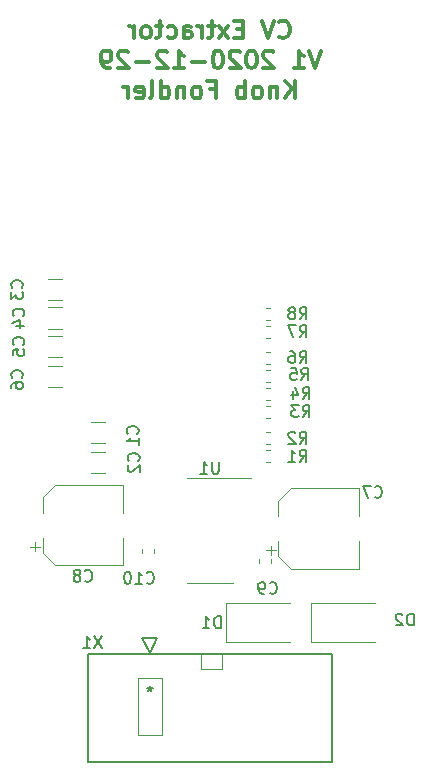
<source format=gbr>
%TF.GenerationSoftware,KiCad,Pcbnew,5.1.6-c6e7f7d~87~ubuntu18.04.1*%
%TF.CreationDate,2020-12-29T19:32:25-08:00*%
%TF.ProjectId,cv-extractor,63762d65-7874-4726-9163-746f722e6b69,rev?*%
%TF.SameCoordinates,Original*%
%TF.FileFunction,Legend,Bot*%
%TF.FilePolarity,Positive*%
%FSLAX46Y46*%
G04 Gerber Fmt 4.6, Leading zero omitted, Abs format (unit mm)*
G04 Created by KiCad (PCBNEW 5.1.6-c6e7f7d~87~ubuntu18.04.1) date 2020-12-29 19:32:25*
%MOMM*%
%LPD*%
G01*
G04 APERTURE LIST*
%ADD10C,0.300000*%
%ADD11C,0.120000*%
%ADD12C,0.152400*%
%ADD13C,0.150000*%
G04 APERTURE END LIST*
D10*
X105851428Y-58165714D02*
X105922857Y-58237142D01*
X106137142Y-58308571D01*
X106280000Y-58308571D01*
X106494285Y-58237142D01*
X106637142Y-58094285D01*
X106708571Y-57951428D01*
X106780000Y-57665714D01*
X106780000Y-57451428D01*
X106708571Y-57165714D01*
X106637142Y-57022857D01*
X106494285Y-56880000D01*
X106280000Y-56808571D01*
X106137142Y-56808571D01*
X105922857Y-56880000D01*
X105851428Y-56951428D01*
X105422857Y-56808571D02*
X104922857Y-58308571D01*
X104422857Y-56808571D01*
X102780000Y-57522857D02*
X102280000Y-57522857D01*
X102065714Y-58308571D02*
X102780000Y-58308571D01*
X102780000Y-56808571D01*
X102065714Y-56808571D01*
X101565714Y-58308571D02*
X100780000Y-57308571D01*
X101565714Y-57308571D02*
X100780000Y-58308571D01*
X100422857Y-57308571D02*
X99851428Y-57308571D01*
X100208571Y-56808571D02*
X100208571Y-58094285D01*
X100137142Y-58237142D01*
X99994285Y-58308571D01*
X99851428Y-58308571D01*
X99351428Y-58308571D02*
X99351428Y-57308571D01*
X99351428Y-57594285D02*
X99280000Y-57451428D01*
X99208571Y-57380000D01*
X99065714Y-57308571D01*
X98922857Y-57308571D01*
X97780000Y-58308571D02*
X97780000Y-57522857D01*
X97851428Y-57380000D01*
X97994285Y-57308571D01*
X98280000Y-57308571D01*
X98422857Y-57380000D01*
X97780000Y-58237142D02*
X97922857Y-58308571D01*
X98280000Y-58308571D01*
X98422857Y-58237142D01*
X98494285Y-58094285D01*
X98494285Y-57951428D01*
X98422857Y-57808571D01*
X98280000Y-57737142D01*
X97922857Y-57737142D01*
X97780000Y-57665714D01*
X96422857Y-58237142D02*
X96565714Y-58308571D01*
X96851428Y-58308571D01*
X96994285Y-58237142D01*
X97065714Y-58165714D01*
X97137142Y-58022857D01*
X97137142Y-57594285D01*
X97065714Y-57451428D01*
X96994285Y-57380000D01*
X96851428Y-57308571D01*
X96565714Y-57308571D01*
X96422857Y-57380000D01*
X95994285Y-57308571D02*
X95422857Y-57308571D01*
X95780000Y-56808571D02*
X95780000Y-58094285D01*
X95708571Y-58237142D01*
X95565714Y-58308571D01*
X95422857Y-58308571D01*
X94708571Y-58308571D02*
X94851428Y-58237142D01*
X94922857Y-58165714D01*
X94994285Y-58022857D01*
X94994285Y-57594285D01*
X94922857Y-57451428D01*
X94851428Y-57380000D01*
X94708571Y-57308571D01*
X94494285Y-57308571D01*
X94351428Y-57380000D01*
X94280000Y-57451428D01*
X94208571Y-57594285D01*
X94208571Y-58022857D01*
X94280000Y-58165714D01*
X94351428Y-58237142D01*
X94494285Y-58308571D01*
X94708571Y-58308571D01*
X93565714Y-58308571D02*
X93565714Y-57308571D01*
X93565714Y-57594285D02*
X93494285Y-57451428D01*
X93422857Y-57380000D01*
X93280000Y-57308571D01*
X93137142Y-57308571D01*
X109387142Y-59358571D02*
X108887142Y-60858571D01*
X108387142Y-59358571D01*
X107101428Y-60858571D02*
X107958571Y-60858571D01*
X107530000Y-60858571D02*
X107530000Y-59358571D01*
X107672857Y-59572857D01*
X107815714Y-59715714D01*
X107958571Y-59787142D01*
X105387142Y-59501428D02*
X105315714Y-59430000D01*
X105172857Y-59358571D01*
X104815714Y-59358571D01*
X104672857Y-59430000D01*
X104601428Y-59501428D01*
X104530000Y-59644285D01*
X104530000Y-59787142D01*
X104601428Y-60001428D01*
X105458571Y-60858571D01*
X104530000Y-60858571D01*
X103601428Y-59358571D02*
X103458571Y-59358571D01*
X103315714Y-59430000D01*
X103244285Y-59501428D01*
X103172857Y-59644285D01*
X103101428Y-59930000D01*
X103101428Y-60287142D01*
X103172857Y-60572857D01*
X103244285Y-60715714D01*
X103315714Y-60787142D01*
X103458571Y-60858571D01*
X103601428Y-60858571D01*
X103744285Y-60787142D01*
X103815714Y-60715714D01*
X103887142Y-60572857D01*
X103958571Y-60287142D01*
X103958571Y-59930000D01*
X103887142Y-59644285D01*
X103815714Y-59501428D01*
X103744285Y-59430000D01*
X103601428Y-59358571D01*
X102530000Y-59501428D02*
X102458571Y-59430000D01*
X102315714Y-59358571D01*
X101958571Y-59358571D01*
X101815714Y-59430000D01*
X101744285Y-59501428D01*
X101672857Y-59644285D01*
X101672857Y-59787142D01*
X101744285Y-60001428D01*
X102601428Y-60858571D01*
X101672857Y-60858571D01*
X100744285Y-59358571D02*
X100601428Y-59358571D01*
X100458571Y-59430000D01*
X100387142Y-59501428D01*
X100315714Y-59644285D01*
X100244285Y-59930000D01*
X100244285Y-60287142D01*
X100315714Y-60572857D01*
X100387142Y-60715714D01*
X100458571Y-60787142D01*
X100601428Y-60858571D01*
X100744285Y-60858571D01*
X100887142Y-60787142D01*
X100958571Y-60715714D01*
X101030000Y-60572857D01*
X101101428Y-60287142D01*
X101101428Y-59930000D01*
X101030000Y-59644285D01*
X100958571Y-59501428D01*
X100887142Y-59430000D01*
X100744285Y-59358571D01*
X99601428Y-60287142D02*
X98458571Y-60287142D01*
X96958571Y-60858571D02*
X97815714Y-60858571D01*
X97387142Y-60858571D02*
X97387142Y-59358571D01*
X97530000Y-59572857D01*
X97672857Y-59715714D01*
X97815714Y-59787142D01*
X96387142Y-59501428D02*
X96315714Y-59430000D01*
X96172857Y-59358571D01*
X95815714Y-59358571D01*
X95672857Y-59430000D01*
X95601428Y-59501428D01*
X95530000Y-59644285D01*
X95530000Y-59787142D01*
X95601428Y-60001428D01*
X96458571Y-60858571D01*
X95530000Y-60858571D01*
X94887142Y-60287142D02*
X93744285Y-60287142D01*
X93101428Y-59501428D02*
X93030000Y-59430000D01*
X92887142Y-59358571D01*
X92530000Y-59358571D01*
X92387142Y-59430000D01*
X92315714Y-59501428D01*
X92244285Y-59644285D01*
X92244285Y-59787142D01*
X92315714Y-60001428D01*
X93172857Y-60858571D01*
X92244285Y-60858571D01*
X91530000Y-60858571D02*
X91244285Y-60858571D01*
X91101428Y-60787142D01*
X91030000Y-60715714D01*
X90887142Y-60501428D01*
X90815714Y-60215714D01*
X90815714Y-59644285D01*
X90887142Y-59501428D01*
X90958571Y-59430000D01*
X91101428Y-59358571D01*
X91387142Y-59358571D01*
X91530000Y-59430000D01*
X91601428Y-59501428D01*
X91672857Y-59644285D01*
X91672857Y-60001428D01*
X91601428Y-60144285D01*
X91530000Y-60215714D01*
X91387142Y-60287142D01*
X91101428Y-60287142D01*
X90958571Y-60215714D01*
X90887142Y-60144285D01*
X90815714Y-60001428D01*
X107208571Y-63408571D02*
X107208571Y-61908571D01*
X106351428Y-63408571D02*
X106994285Y-62551428D01*
X106351428Y-61908571D02*
X107208571Y-62765714D01*
X105708571Y-62408571D02*
X105708571Y-63408571D01*
X105708571Y-62551428D02*
X105637142Y-62480000D01*
X105494285Y-62408571D01*
X105280000Y-62408571D01*
X105137142Y-62480000D01*
X105065714Y-62622857D01*
X105065714Y-63408571D01*
X104137142Y-63408571D02*
X104280000Y-63337142D01*
X104351428Y-63265714D01*
X104422857Y-63122857D01*
X104422857Y-62694285D01*
X104351428Y-62551428D01*
X104280000Y-62480000D01*
X104137142Y-62408571D01*
X103922857Y-62408571D01*
X103780000Y-62480000D01*
X103708571Y-62551428D01*
X103637142Y-62694285D01*
X103637142Y-63122857D01*
X103708571Y-63265714D01*
X103780000Y-63337142D01*
X103922857Y-63408571D01*
X104137142Y-63408571D01*
X102994285Y-63408571D02*
X102994285Y-61908571D01*
X102994285Y-62480000D02*
X102851428Y-62408571D01*
X102565714Y-62408571D01*
X102422857Y-62480000D01*
X102351428Y-62551428D01*
X102280000Y-62694285D01*
X102280000Y-63122857D01*
X102351428Y-63265714D01*
X102422857Y-63337142D01*
X102565714Y-63408571D01*
X102851428Y-63408571D01*
X102994285Y-63337142D01*
X99994285Y-62622857D02*
X100494285Y-62622857D01*
X100494285Y-63408571D02*
X100494285Y-61908571D01*
X99780000Y-61908571D01*
X98994285Y-63408571D02*
X99137142Y-63337142D01*
X99208571Y-63265714D01*
X99280000Y-63122857D01*
X99280000Y-62694285D01*
X99208571Y-62551428D01*
X99137142Y-62480000D01*
X98994285Y-62408571D01*
X98780000Y-62408571D01*
X98637142Y-62480000D01*
X98565714Y-62551428D01*
X98494285Y-62694285D01*
X98494285Y-63122857D01*
X98565714Y-63265714D01*
X98637142Y-63337142D01*
X98780000Y-63408571D01*
X98994285Y-63408571D01*
X97851428Y-62408571D02*
X97851428Y-63408571D01*
X97851428Y-62551428D02*
X97780000Y-62480000D01*
X97637142Y-62408571D01*
X97422857Y-62408571D01*
X97280000Y-62480000D01*
X97208571Y-62622857D01*
X97208571Y-63408571D01*
X95851428Y-63408571D02*
X95851428Y-61908571D01*
X95851428Y-63337142D02*
X95994285Y-63408571D01*
X96280000Y-63408571D01*
X96422857Y-63337142D01*
X96494285Y-63265714D01*
X96565714Y-63122857D01*
X96565714Y-62694285D01*
X96494285Y-62551428D01*
X96422857Y-62480000D01*
X96280000Y-62408571D01*
X95994285Y-62408571D01*
X95851428Y-62480000D01*
X94922857Y-63408571D02*
X95065714Y-63337142D01*
X95137142Y-63194285D01*
X95137142Y-61908571D01*
X93780000Y-63337142D02*
X93922857Y-63408571D01*
X94208571Y-63408571D01*
X94351428Y-63337142D01*
X94422857Y-63194285D01*
X94422857Y-62622857D01*
X94351428Y-62480000D01*
X94208571Y-62408571D01*
X93922857Y-62408571D01*
X93780000Y-62480000D01*
X93708571Y-62622857D01*
X93708571Y-62765714D01*
X94422857Y-62908571D01*
X93065714Y-63408571D02*
X93065714Y-62408571D01*
X93065714Y-62694285D02*
X92994285Y-62551428D01*
X92922857Y-62480000D01*
X92780000Y-62408571D01*
X92637142Y-62408571D01*
D11*
%TO.C,C3*%
X87498064Y-78686000D02*
X86293936Y-78686000D01*
X87498064Y-80506000D02*
X86293936Y-80506000D01*
%TO.C,C1*%
X89951936Y-92604000D02*
X91156064Y-92604000D01*
X89951936Y-90784000D02*
X91156064Y-90784000D01*
%TO.C,C2*%
X89951936Y-95144000D02*
X91156064Y-95144000D01*
X89951936Y-93324000D02*
X91156064Y-93324000D01*
%TO.C,C4*%
X87498064Y-81076000D02*
X86293936Y-81076000D01*
X87498064Y-82896000D02*
X86293936Y-82896000D01*
%TO.C,C5*%
X87498064Y-83512000D02*
X86293936Y-83512000D01*
X87498064Y-85332000D02*
X86293936Y-85332000D01*
%TO.C,C6*%
X87498064Y-86052000D02*
X86293936Y-86052000D01*
X87498064Y-87872000D02*
X86293936Y-87872000D01*
%TO.C,C7*%
X112630000Y-96412000D02*
X112630000Y-98762000D01*
X112630000Y-103232000D02*
X112630000Y-100882000D01*
X106874437Y-103232000D02*
X112630000Y-103232000D01*
X106874437Y-96412000D02*
X112630000Y-96412000D01*
X105810000Y-97476437D02*
X105810000Y-98762000D01*
X105810000Y-102167563D02*
X105810000Y-100882000D01*
X105810000Y-102167563D02*
X106874437Y-103232000D01*
X105810000Y-97476437D02*
X106874437Y-96412000D01*
X104782500Y-101669500D02*
X105570000Y-101669500D01*
X105176250Y-102063250D02*
X105176250Y-101275750D01*
%TO.C,C8*%
X92660000Y-96115000D02*
X92660000Y-98465000D01*
X92660000Y-102935000D02*
X92660000Y-100585000D01*
X86904437Y-102935000D02*
X92660000Y-102935000D01*
X86904437Y-96115000D02*
X92660000Y-96115000D01*
X85840000Y-97179437D02*
X85840000Y-98465000D01*
X85840000Y-101870563D02*
X85840000Y-100585000D01*
X85840000Y-101870563D02*
X86904437Y-102935000D01*
X85840000Y-97179437D02*
X86904437Y-96115000D01*
X84812500Y-101372500D02*
X85600000Y-101372500D01*
X85206250Y-101766250D02*
X85206250Y-100978750D01*
%TO.C,C9*%
X105158000Y-102753279D02*
X105158000Y-102427721D01*
X104138000Y-102753279D02*
X104138000Y-102427721D01*
%TO.C,C10*%
X94265000Y-101587221D02*
X94265000Y-101912779D01*
X95285000Y-101587221D02*
X95285000Y-101912779D01*
%TO.C,D1*%
X101350000Y-109400000D02*
X101350000Y-106100000D01*
X101350000Y-106100000D02*
X106750000Y-106100000D01*
X101350000Y-109400000D02*
X106750000Y-109400000D01*
%TO.C,D2*%
X108600000Y-109400000D02*
X108600000Y-106100000D01*
X108600000Y-106100000D02*
X114000000Y-106100000D01*
X108600000Y-109400000D02*
X114000000Y-109400000D01*
%TO.C,X1*%
X95936000Y-112460000D02*
X95682000Y-112460000D01*
X95936000Y-117286000D02*
X95936000Y-112460000D01*
X93904000Y-117286000D02*
X95936000Y-117286000D01*
X93904000Y-112460000D02*
X93904000Y-117286000D01*
X95682000Y-112460000D02*
X93904000Y-112460000D01*
X99238000Y-111698000D02*
X99238000Y-110428000D01*
X101016000Y-111698000D02*
X99238000Y-111698000D01*
X101016000Y-110428000D02*
X101016000Y-111698000D01*
D12*
X94920000Y-110326400D02*
X95555000Y-109056400D01*
X95555000Y-109056400D02*
X94285000Y-109056400D01*
X94285000Y-109056400D02*
X94920000Y-110326400D01*
X110312400Y-119546600D02*
X89687600Y-119546600D01*
X89687600Y-119546600D02*
X89687600Y-110453400D01*
X89687600Y-110453400D02*
X110312400Y-110453400D01*
X110312400Y-110453400D02*
X110312400Y-119546600D01*
D11*
%TO.C,R1*%
X105064779Y-93204000D02*
X104739221Y-93204000D01*
X105064779Y-94224000D02*
X104739221Y-94224000D01*
%TO.C,R2*%
X104739221Y-92700000D02*
X105064779Y-92700000D01*
X104739221Y-91680000D02*
X105064779Y-91680000D01*
%TO.C,R3*%
X104739221Y-90426000D02*
X105064779Y-90426000D01*
X104739221Y-89406000D02*
X105064779Y-89406000D01*
%TO.C,R4*%
X104739221Y-88902000D02*
X105064779Y-88902000D01*
X104739221Y-87882000D02*
X105064779Y-87882000D01*
%TO.C,R5*%
X104739221Y-87378000D02*
X105064779Y-87378000D01*
X104739221Y-86358000D02*
X105064779Y-86358000D01*
%TO.C,R6*%
X105064779Y-84834000D02*
X104739221Y-84834000D01*
X105064779Y-85854000D02*
X104739221Y-85854000D01*
%TO.C,R7*%
X104739221Y-83680000D02*
X105064779Y-83680000D01*
X104739221Y-82660000D02*
X105064779Y-82660000D01*
%TO.C,R8*%
X104739221Y-82156000D02*
X105064779Y-82156000D01*
X104739221Y-81136000D02*
X105064779Y-81136000D01*
%TO.C,U1*%
X100000000Y-104435000D02*
X98050000Y-104435000D01*
X100000000Y-104435000D02*
X101950000Y-104435000D01*
X100000000Y-95565000D02*
X98050000Y-95565000D01*
X100000000Y-95565000D02*
X103450000Y-95565000D01*
%TO.C,C3*%
D13*
X84075142Y-79429333D02*
X84122761Y-79381714D01*
X84170380Y-79238857D01*
X84170380Y-79143619D01*
X84122761Y-79000761D01*
X84027523Y-78905523D01*
X83932285Y-78857904D01*
X83741809Y-78810285D01*
X83598952Y-78810285D01*
X83408476Y-78857904D01*
X83313238Y-78905523D01*
X83218000Y-79000761D01*
X83170380Y-79143619D01*
X83170380Y-79238857D01*
X83218000Y-79381714D01*
X83265619Y-79429333D01*
X83170380Y-79762666D02*
X83170380Y-80381714D01*
X83551333Y-80048380D01*
X83551333Y-80191238D01*
X83598952Y-80286476D01*
X83646571Y-80334095D01*
X83741809Y-80381714D01*
X83979904Y-80381714D01*
X84075142Y-80334095D01*
X84122761Y-80286476D01*
X84170380Y-80191238D01*
X84170380Y-79905523D01*
X84122761Y-79810285D01*
X84075142Y-79762666D01*
%TO.C,C1*%
X93880141Y-91781333D02*
X93927760Y-91733714D01*
X93975379Y-91590857D01*
X93975379Y-91495619D01*
X93927760Y-91352761D01*
X93832522Y-91257523D01*
X93737284Y-91209904D01*
X93546808Y-91162285D01*
X93403951Y-91162285D01*
X93213475Y-91209904D01*
X93118237Y-91257523D01*
X93022999Y-91352761D01*
X92975379Y-91495619D01*
X92975379Y-91590857D01*
X93022999Y-91733714D01*
X93070618Y-91781333D01*
X93975379Y-92733714D02*
X93975379Y-92162285D01*
X93975379Y-92448000D02*
X92975379Y-92448000D01*
X93118237Y-92352761D01*
X93213475Y-92257523D01*
X93261094Y-92162285D01*
%TO.C,C2*%
X93959142Y-94067333D02*
X94006761Y-94019714D01*
X94054380Y-93876857D01*
X94054380Y-93781619D01*
X94006761Y-93638761D01*
X93911523Y-93543523D01*
X93816285Y-93495904D01*
X93625809Y-93448285D01*
X93482952Y-93448285D01*
X93292476Y-93495904D01*
X93197238Y-93543523D01*
X93102000Y-93638761D01*
X93054380Y-93781619D01*
X93054380Y-93876857D01*
X93102000Y-94019714D01*
X93149619Y-94067333D01*
X93149619Y-94448285D02*
X93102000Y-94495904D01*
X93054380Y-94591142D01*
X93054380Y-94829238D01*
X93102000Y-94924476D01*
X93149619Y-94972095D01*
X93244857Y-95019714D01*
X93340095Y-95019714D01*
X93482952Y-94972095D01*
X94054380Y-94400666D01*
X94054380Y-95019714D01*
%TO.C,C4*%
X84205142Y-81819333D02*
X84252761Y-81771714D01*
X84300380Y-81628857D01*
X84300380Y-81533619D01*
X84252761Y-81390761D01*
X84157523Y-81295523D01*
X84062285Y-81247904D01*
X83871809Y-81200285D01*
X83728952Y-81200285D01*
X83538476Y-81247904D01*
X83443238Y-81295523D01*
X83348000Y-81390761D01*
X83300380Y-81533619D01*
X83300380Y-81628857D01*
X83348000Y-81771714D01*
X83395619Y-81819333D01*
X83633714Y-82676476D02*
X84300380Y-82676476D01*
X83252761Y-82438380D02*
X83967047Y-82200285D01*
X83967047Y-82819333D01*
%TO.C,C5*%
X84205142Y-84255333D02*
X84252761Y-84207714D01*
X84300380Y-84064857D01*
X84300380Y-83969619D01*
X84252761Y-83826761D01*
X84157523Y-83731523D01*
X84062285Y-83683904D01*
X83871809Y-83636285D01*
X83728952Y-83636285D01*
X83538476Y-83683904D01*
X83443238Y-83731523D01*
X83348000Y-83826761D01*
X83300380Y-83969619D01*
X83300380Y-84064857D01*
X83348000Y-84207714D01*
X83395619Y-84255333D01*
X83300380Y-85160095D02*
X83300380Y-84683904D01*
X83776571Y-84636285D01*
X83728952Y-84683904D01*
X83681333Y-84779142D01*
X83681333Y-85017238D01*
X83728952Y-85112476D01*
X83776571Y-85160095D01*
X83871809Y-85207714D01*
X84109904Y-85207714D01*
X84205142Y-85160095D01*
X84252761Y-85112476D01*
X84300380Y-85017238D01*
X84300380Y-84779142D01*
X84252761Y-84683904D01*
X84205142Y-84636285D01*
%TO.C,C6*%
X84075142Y-87049333D02*
X84122761Y-87001714D01*
X84170380Y-86858857D01*
X84170380Y-86763619D01*
X84122761Y-86620761D01*
X84027523Y-86525523D01*
X83932285Y-86477904D01*
X83741809Y-86430285D01*
X83598952Y-86430285D01*
X83408476Y-86477904D01*
X83313238Y-86525523D01*
X83218000Y-86620761D01*
X83170380Y-86763619D01*
X83170380Y-86858857D01*
X83218000Y-87001714D01*
X83265619Y-87049333D01*
X83170380Y-87906476D02*
X83170380Y-87716000D01*
X83218000Y-87620761D01*
X83265619Y-87573142D01*
X83408476Y-87477904D01*
X83598952Y-87430285D01*
X83979904Y-87430285D01*
X84075142Y-87477904D01*
X84122761Y-87525523D01*
X84170380Y-87620761D01*
X84170380Y-87811238D01*
X84122761Y-87906476D01*
X84075142Y-87954095D01*
X83979904Y-88001714D01*
X83741809Y-88001714D01*
X83646571Y-87954095D01*
X83598952Y-87906476D01*
X83551333Y-87811238D01*
X83551333Y-87620761D01*
X83598952Y-87525523D01*
X83646571Y-87477904D01*
X83741809Y-87430285D01*
%TO.C,C7*%
X113958666Y-97131142D02*
X114006285Y-97178761D01*
X114149142Y-97226380D01*
X114244380Y-97226380D01*
X114387238Y-97178761D01*
X114482476Y-97083523D01*
X114530095Y-96988285D01*
X114577714Y-96797809D01*
X114577714Y-96654952D01*
X114530095Y-96464476D01*
X114482476Y-96369238D01*
X114387238Y-96274000D01*
X114244380Y-96226380D01*
X114149142Y-96226380D01*
X114006285Y-96274000D01*
X113958666Y-96321619D01*
X113625333Y-96226380D02*
X112958666Y-96226380D01*
X113387238Y-97226380D01*
%TO.C,C8*%
X89416666Y-104232142D02*
X89464285Y-104279761D01*
X89607142Y-104327380D01*
X89702380Y-104327380D01*
X89845238Y-104279761D01*
X89940476Y-104184523D01*
X89988095Y-104089285D01*
X90035714Y-103898809D01*
X90035714Y-103755952D01*
X89988095Y-103565476D01*
X89940476Y-103470238D01*
X89845238Y-103375000D01*
X89702380Y-103327380D01*
X89607142Y-103327380D01*
X89464285Y-103375000D01*
X89416666Y-103422619D01*
X88845238Y-103755952D02*
X88940476Y-103708333D01*
X88988095Y-103660714D01*
X89035714Y-103565476D01*
X89035714Y-103517857D01*
X88988095Y-103422619D01*
X88940476Y-103375000D01*
X88845238Y-103327380D01*
X88654761Y-103327380D01*
X88559523Y-103375000D01*
X88511904Y-103422619D01*
X88464285Y-103517857D01*
X88464285Y-103565476D01*
X88511904Y-103660714D01*
X88559523Y-103708333D01*
X88654761Y-103755952D01*
X88845238Y-103755952D01*
X88940476Y-103803571D01*
X88988095Y-103851190D01*
X89035714Y-103946428D01*
X89035714Y-104136904D01*
X88988095Y-104232142D01*
X88940476Y-104279761D01*
X88845238Y-104327380D01*
X88654761Y-104327380D01*
X88559523Y-104279761D01*
X88511904Y-104232142D01*
X88464285Y-104136904D01*
X88464285Y-103946428D01*
X88511904Y-103851190D01*
X88559523Y-103803571D01*
X88654761Y-103755952D01*
%TO.C,C9*%
X105068666Y-105259142D02*
X105116285Y-105306761D01*
X105259142Y-105354380D01*
X105354380Y-105354380D01*
X105497238Y-105306761D01*
X105592476Y-105211523D01*
X105640095Y-105116285D01*
X105687714Y-104925809D01*
X105687714Y-104782952D01*
X105640095Y-104592476D01*
X105592476Y-104497238D01*
X105497238Y-104402000D01*
X105354380Y-104354380D01*
X105259142Y-104354380D01*
X105116285Y-104402000D01*
X105068666Y-104449619D01*
X104592476Y-105354380D02*
X104402000Y-105354380D01*
X104306761Y-105306761D01*
X104259142Y-105259142D01*
X104163904Y-105116285D01*
X104116285Y-104925809D01*
X104116285Y-104544857D01*
X104163904Y-104449619D01*
X104211523Y-104402000D01*
X104306761Y-104354380D01*
X104497238Y-104354380D01*
X104592476Y-104402000D01*
X104640095Y-104449619D01*
X104687714Y-104544857D01*
X104687714Y-104782952D01*
X104640095Y-104878190D01*
X104592476Y-104925809D01*
X104497238Y-104973428D01*
X104306761Y-104973428D01*
X104211523Y-104925809D01*
X104163904Y-104878190D01*
X104116285Y-104782952D01*
%TO.C,C10*%
X94655857Y-104393142D02*
X94703476Y-104440761D01*
X94846333Y-104488380D01*
X94941571Y-104488380D01*
X95084428Y-104440761D01*
X95179666Y-104345523D01*
X95227285Y-104250285D01*
X95274904Y-104059809D01*
X95274904Y-103916952D01*
X95227285Y-103726476D01*
X95179666Y-103631238D01*
X95084428Y-103536000D01*
X94941571Y-103488380D01*
X94846333Y-103488380D01*
X94703476Y-103536000D01*
X94655857Y-103583619D01*
X93703476Y-104488380D02*
X94274904Y-104488380D01*
X93989190Y-104488380D02*
X93989190Y-103488380D01*
X94084428Y-103631238D01*
X94179666Y-103726476D01*
X94274904Y-103774095D01*
X93084428Y-103488380D02*
X92989190Y-103488380D01*
X92893952Y-103536000D01*
X92846333Y-103583619D01*
X92798714Y-103678857D01*
X92751095Y-103869333D01*
X92751095Y-104107428D01*
X92798714Y-104297904D01*
X92846333Y-104393142D01*
X92893952Y-104440761D01*
X92989190Y-104488380D01*
X93084428Y-104488380D01*
X93179666Y-104440761D01*
X93227285Y-104393142D01*
X93274904Y-104297904D01*
X93322523Y-104107428D01*
X93322523Y-103869333D01*
X93274904Y-103678857D01*
X93227285Y-103583619D01*
X93179666Y-103536000D01*
X93084428Y-103488380D01*
%TO.C,D1*%
X100912095Y-108256380D02*
X100912095Y-107256380D01*
X100674000Y-107256380D01*
X100531142Y-107304000D01*
X100435904Y-107399238D01*
X100388285Y-107494476D01*
X100340666Y-107684952D01*
X100340666Y-107827809D01*
X100388285Y-108018285D01*
X100435904Y-108113523D01*
X100531142Y-108208761D01*
X100674000Y-108256380D01*
X100912095Y-108256380D01*
X99388285Y-108256380D02*
X99959714Y-108256380D01*
X99674000Y-108256380D02*
X99674000Y-107256380D01*
X99769238Y-107399238D01*
X99864476Y-107494476D01*
X99959714Y-107542095D01*
%TO.C,D2*%
X117256095Y-108022380D02*
X117256095Y-107022380D01*
X117018000Y-107022380D01*
X116875142Y-107070000D01*
X116779904Y-107165238D01*
X116732285Y-107260476D01*
X116684666Y-107450952D01*
X116684666Y-107593809D01*
X116732285Y-107784285D01*
X116779904Y-107879523D01*
X116875142Y-107974761D01*
X117018000Y-108022380D01*
X117256095Y-108022380D01*
X116303714Y-107117619D02*
X116256095Y-107070000D01*
X116160857Y-107022380D01*
X115922761Y-107022380D01*
X115827523Y-107070000D01*
X115779904Y-107117619D01*
X115732285Y-107212857D01*
X115732285Y-107308095D01*
X115779904Y-107450952D01*
X116351333Y-108022380D01*
X115732285Y-108022380D01*
%TO.C,X1*%
X90869523Y-108932380D02*
X90202857Y-109932380D01*
X90202857Y-108932380D02*
X90869523Y-109932380D01*
X89298095Y-109932380D02*
X89869523Y-109932380D01*
X89583809Y-109932380D02*
X89583809Y-108932380D01*
X89679047Y-109075238D01*
X89774285Y-109170476D01*
X89869523Y-109218095D01*
X94920000Y-113182380D02*
X94920000Y-113420476D01*
X95158095Y-113325238D02*
X94920000Y-113420476D01*
X94681904Y-113325238D01*
X95062857Y-113610952D02*
X94920000Y-113420476D01*
X94777142Y-113610952D01*
%TO.C,R1*%
X107608666Y-94166380D02*
X107942000Y-93690190D01*
X108180095Y-94166380D02*
X108180095Y-93166380D01*
X107799142Y-93166380D01*
X107703904Y-93214000D01*
X107656285Y-93261619D01*
X107608666Y-93356857D01*
X107608666Y-93499714D01*
X107656285Y-93594952D01*
X107703904Y-93642571D01*
X107799142Y-93690190D01*
X108180095Y-93690190D01*
X106656285Y-94166380D02*
X107227714Y-94166380D01*
X106942000Y-94166380D02*
X106942000Y-93166380D01*
X107037238Y-93309238D01*
X107132476Y-93404476D01*
X107227714Y-93452095D01*
%TO.C,R2*%
X107608666Y-92642380D02*
X107942000Y-92166190D01*
X108180095Y-92642380D02*
X108180095Y-91642380D01*
X107799142Y-91642380D01*
X107703904Y-91690000D01*
X107656285Y-91737619D01*
X107608666Y-91832857D01*
X107608666Y-91975714D01*
X107656285Y-92070952D01*
X107703904Y-92118571D01*
X107799142Y-92166190D01*
X108180095Y-92166190D01*
X107227714Y-91737619D02*
X107180095Y-91690000D01*
X107084857Y-91642380D01*
X106846761Y-91642380D01*
X106751523Y-91690000D01*
X106703904Y-91737619D01*
X106656285Y-91832857D01*
X106656285Y-91928095D01*
X106703904Y-92070952D01*
X107275333Y-92642380D01*
X106656285Y-92642380D01*
%TO.C,R3*%
X107862666Y-90368380D02*
X108196000Y-89892190D01*
X108434095Y-90368380D02*
X108434095Y-89368380D01*
X108053142Y-89368380D01*
X107957904Y-89416000D01*
X107910285Y-89463619D01*
X107862666Y-89558857D01*
X107862666Y-89701714D01*
X107910285Y-89796952D01*
X107957904Y-89844571D01*
X108053142Y-89892190D01*
X108434095Y-89892190D01*
X107529333Y-89368380D02*
X106910285Y-89368380D01*
X107243619Y-89749333D01*
X107100761Y-89749333D01*
X107005523Y-89796952D01*
X106957904Y-89844571D01*
X106910285Y-89939809D01*
X106910285Y-90177904D01*
X106957904Y-90273142D01*
X107005523Y-90320761D01*
X107100761Y-90368380D01*
X107386476Y-90368380D01*
X107481714Y-90320761D01*
X107529333Y-90273142D01*
%TO.C,R4*%
X107862666Y-88844380D02*
X108196000Y-88368190D01*
X108434095Y-88844380D02*
X108434095Y-87844380D01*
X108053142Y-87844380D01*
X107957904Y-87892000D01*
X107910285Y-87939619D01*
X107862666Y-88034857D01*
X107862666Y-88177714D01*
X107910285Y-88272952D01*
X107957904Y-88320571D01*
X108053142Y-88368190D01*
X108434095Y-88368190D01*
X107005523Y-88177714D02*
X107005523Y-88844380D01*
X107243619Y-87796761D02*
X107481714Y-88511047D01*
X106862666Y-88511047D01*
%TO.C,R5*%
X107745665Y-87247381D02*
X108078999Y-86771191D01*
X108317094Y-87247381D02*
X108317094Y-86247381D01*
X107936141Y-86247381D01*
X107840903Y-86295001D01*
X107793284Y-86342620D01*
X107745665Y-86437858D01*
X107745665Y-86580715D01*
X107793284Y-86675953D01*
X107840903Y-86723572D01*
X107936141Y-86771191D01*
X108317094Y-86771191D01*
X106840903Y-86247381D02*
X107317094Y-86247381D01*
X107364713Y-86723572D01*
X107317094Y-86675953D01*
X107221856Y-86628334D01*
X106983760Y-86628334D01*
X106888522Y-86675953D01*
X106840903Y-86723572D01*
X106793284Y-86818810D01*
X106793284Y-87056905D01*
X106840903Y-87152143D01*
X106888522Y-87199762D01*
X106983760Y-87247381D01*
X107221856Y-87247381D01*
X107317094Y-87199762D01*
X107364713Y-87152143D01*
%TO.C,R6*%
X107608666Y-85796380D02*
X107942000Y-85320190D01*
X108180095Y-85796380D02*
X108180095Y-84796380D01*
X107799142Y-84796380D01*
X107703904Y-84844000D01*
X107656285Y-84891619D01*
X107608666Y-84986857D01*
X107608666Y-85129714D01*
X107656285Y-85224952D01*
X107703904Y-85272571D01*
X107799142Y-85320190D01*
X108180095Y-85320190D01*
X106751523Y-84796380D02*
X106942000Y-84796380D01*
X107037238Y-84844000D01*
X107084857Y-84891619D01*
X107180095Y-85034476D01*
X107227714Y-85224952D01*
X107227714Y-85605904D01*
X107180095Y-85701142D01*
X107132476Y-85748761D01*
X107037238Y-85796380D01*
X106846761Y-85796380D01*
X106751523Y-85748761D01*
X106703904Y-85701142D01*
X106656285Y-85605904D01*
X106656285Y-85367809D01*
X106703904Y-85272571D01*
X106751523Y-85224952D01*
X106846761Y-85177333D01*
X107037238Y-85177333D01*
X107132476Y-85224952D01*
X107180095Y-85272571D01*
X107227714Y-85367809D01*
%TO.C,R7*%
X107608666Y-83622380D02*
X107942000Y-83146190D01*
X108180095Y-83622380D02*
X108180095Y-82622380D01*
X107799142Y-82622380D01*
X107703904Y-82670000D01*
X107656285Y-82717619D01*
X107608666Y-82812857D01*
X107608666Y-82955714D01*
X107656285Y-83050952D01*
X107703904Y-83098571D01*
X107799142Y-83146190D01*
X108180095Y-83146190D01*
X107275333Y-82622380D02*
X106608666Y-82622380D01*
X107037238Y-83622380D01*
%TO.C,R8*%
X107608666Y-82098380D02*
X107942000Y-81622190D01*
X108180095Y-82098380D02*
X108180095Y-81098380D01*
X107799142Y-81098380D01*
X107703904Y-81146000D01*
X107656285Y-81193619D01*
X107608666Y-81288857D01*
X107608666Y-81431714D01*
X107656285Y-81526952D01*
X107703904Y-81574571D01*
X107799142Y-81622190D01*
X108180095Y-81622190D01*
X107037238Y-81526952D02*
X107132476Y-81479333D01*
X107180095Y-81431714D01*
X107227714Y-81336476D01*
X107227714Y-81288857D01*
X107180095Y-81193619D01*
X107132476Y-81146000D01*
X107037238Y-81098380D01*
X106846761Y-81098380D01*
X106751523Y-81146000D01*
X106703904Y-81193619D01*
X106656285Y-81288857D01*
X106656285Y-81336476D01*
X106703904Y-81431714D01*
X106751523Y-81479333D01*
X106846761Y-81526952D01*
X107037238Y-81526952D01*
X107132476Y-81574571D01*
X107180095Y-81622190D01*
X107227714Y-81717428D01*
X107227714Y-81907904D01*
X107180095Y-82003142D01*
X107132476Y-82050761D01*
X107037238Y-82098380D01*
X106846761Y-82098380D01*
X106751523Y-82050761D01*
X106703904Y-82003142D01*
X106656285Y-81907904D01*
X106656285Y-81717428D01*
X106703904Y-81622190D01*
X106751523Y-81574571D01*
X106846761Y-81526952D01*
%TO.C,U1*%
X100761904Y-94172380D02*
X100761904Y-94981904D01*
X100714285Y-95077142D01*
X100666666Y-95124761D01*
X100571428Y-95172380D01*
X100380952Y-95172380D01*
X100285714Y-95124761D01*
X100238095Y-95077142D01*
X100190476Y-94981904D01*
X100190476Y-94172380D01*
X99190476Y-95172380D02*
X99761904Y-95172380D01*
X99476190Y-95172380D02*
X99476190Y-94172380D01*
X99571428Y-94315238D01*
X99666666Y-94410476D01*
X99761904Y-94458095D01*
%TD*%
M02*

</source>
